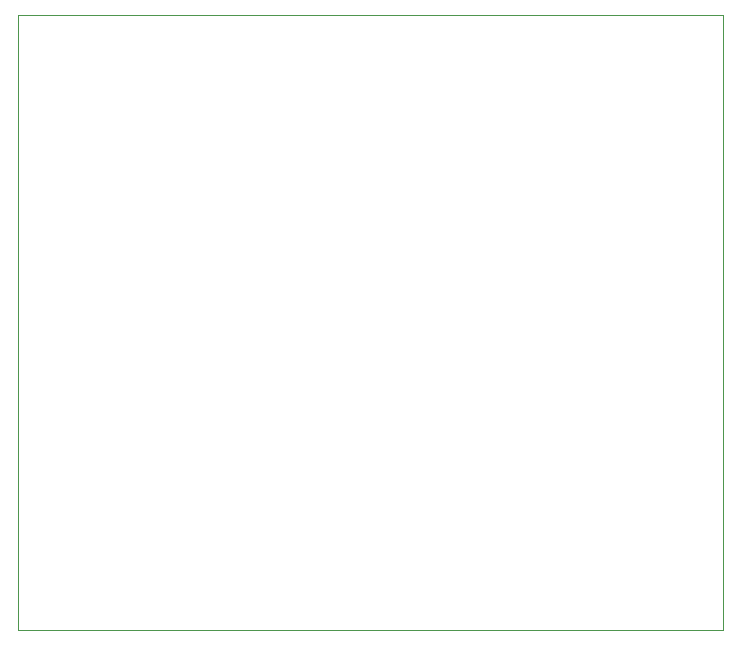
<source format=gbr>
%TF.GenerationSoftware,KiCad,Pcbnew,5.1.6-c6e7f7d~87~ubuntu20.04.1*%
%TF.CreationDate,2020-07-24T18:34:01-04:00*%
%TF.ProjectId,GettingStarted,47657474-696e-4675-9374-61727465642e,rev?*%
%TF.SameCoordinates,Original*%
%TF.FileFunction,Profile,NP*%
%FSLAX46Y46*%
G04 Gerber Fmt 4.6, Leading zero omitted, Abs format (unit mm)*
G04 Created by KiCad (PCBNEW 5.1.6-c6e7f7d~87~ubuntu20.04.1) date 2020-07-24 18:34:01*
%MOMM*%
%LPD*%
G01*
G04 APERTURE LIST*
%TA.AperFunction,Profile*%
%ADD10C,0.050000*%
%TD*%
G04 APERTURE END LIST*
D10*
X114300000Y-74930000D02*
X114300000Y-76200000D01*
X173990000Y-74930000D02*
X114300000Y-74930000D01*
X173990000Y-127000000D02*
X173990000Y-74930000D01*
X114300000Y-127000000D02*
X173990000Y-127000000D01*
X114300000Y-76200000D02*
X114300000Y-127000000D01*
M02*

</source>
